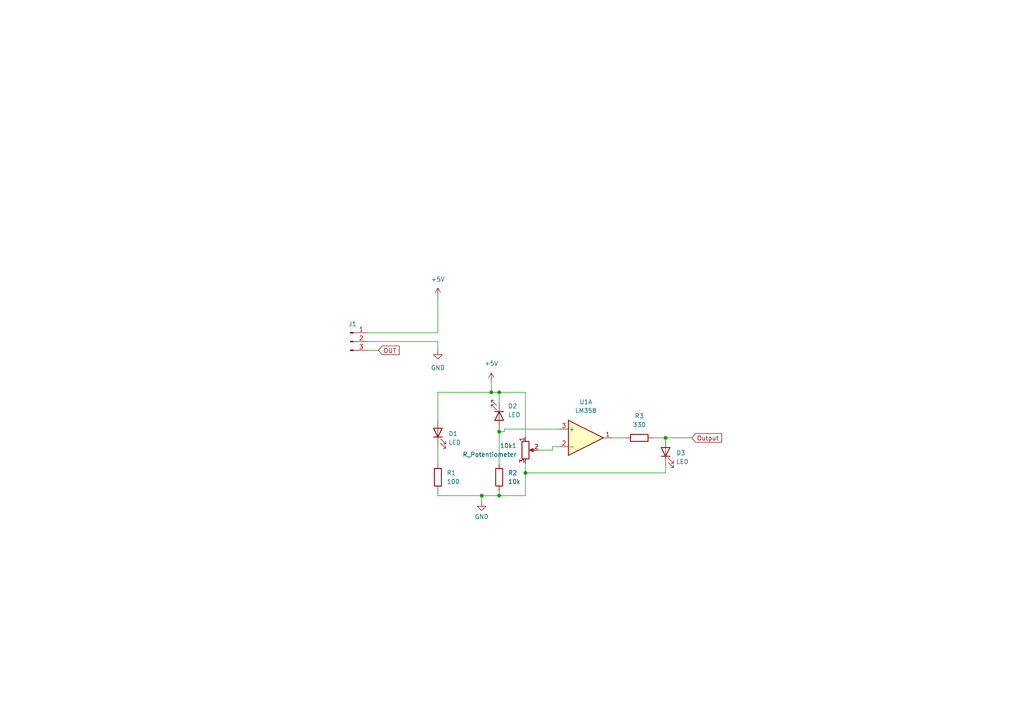
<source format=kicad_sch>
(kicad_sch (version 20231120) (generator "eeschema") (generator_version "8.0")
  (paper "A4")
  (lib_symbols
    (symbol "Amplifier_Operational:LM358" (pin_names (offset 0.127))
      (property "Reference" "U" (at 0 5.08 0))
      (property "Value" "LM358" (at 0 -5.08 0))
      (symbol "LM358_1_1"
        (polyline (pts (xy -5.08 5.08) (xy 5.08 0) (xy -5.08 -5.08) (xy -5.08 5.08)) (stroke (width 0.254)) (fill (type background)))
        (pin output line (at 7.62 0 180) (length 2.54) (name "~") (number "1"))
        (pin input line (at -7.62 -2.54 0) (length 2.54) (name "-") (number "2"))
        (pin input line (at -7.62 2.54 0) (length 2.54) (name "+") (number "3"))
      )
      (symbol "LM358_2_1"
        (polyline (pts (xy -5.08 5.08) (xy 5.08 0) (xy -5.08 -5.08) (xy -5.08 5.08)) (stroke (width 0.254)) (fill (type background)))
        (pin input line (at -7.62 2.54 0) (length 2.54) (name "+") (number "5"))
        (pin input line (at -7.62 -2.54 0) (length 2.54) (name "-") (number "6"))
        (pin output line (at 7.62 0 180) (length 2.54) (name "~") (number "7"))
      )
      (symbol "LM358_3_1"
        (pin power_in line (at -2.54 -7.62 90) (length 3.81) (name "V-") (number "4"))
        (pin power_in line (at -2.54 7.62 270) (length 3.81) (name "V+") (number "8"))
      )
    )
    (symbol "Connector:Conn_01x03_Pin" (pin_names (offset 1.016) hide)
      (property "Reference" "J" (at 0 5.08 0))
      (property "Value" "Conn_01x03_Pin" (at 0 -5.08 0))
      (symbol "Conn_01x03_Pin_1_1"
        (polyline (pts (xy 1.27 -2.54) (xy 0.8636 -2.54)) (stroke (width 0.1524)))
        (polyline (pts (xy 1.27 0) (xy 0.8636 0)) (stroke (width 0.1524)))
        (polyline (pts (xy 1.27 2.54) (xy 0.8636 2.54)) (stroke (width 0.1524)))
        (rectangle (start 0.8636 -2.413) (end 0 -2.667) (stroke (width 0.1524)) (fill (type outline)))
        (rectangle (start 0.8636 0.127) (end 0 -0.127) (stroke (width 0.1524)) (fill (type outline)))
        (rectangle (start 0.8636 2.667) (end 0 2.413) (stroke (width 0.1524)) (fill (type outline)))
        (pin passive line (at 5.08 2.54 180) (length 3.81) (name "Pin_1") (number "1"))
        (pin passive line (at 5.08 0 180) (length 3.81) (name "Pin_2") (number "2"))
        (pin passive line (at 5.08 -2.54 180) (length 3.81) (name "Pin_3") (number "3"))
      )
    )
    (symbol "Device:LED" (pin_numbers hide) (pin_names (offset 1.016) hide)
      (property "Reference" "D" (at 0 2.54 0))
      (property "Value" "LED" (at 0 -2.54 0))
      (symbol "LED_0_1"
        (polyline (pts (xy -1.27 -1.27) (xy -1.27 1.27)) (stroke (width 0.254)))
        (polyline (pts (xy -1.27 0) (xy 1.27 0)))
        (polyline (pts (xy 1.27 -1.27) (xy 1.27 1.27) (xy -1.27 0) (xy 1.27 -1.27)) (stroke (width 0.254)))
        (polyline (pts (xy -3.048 -0.762) (xy -4.572 -2.286) (xy -3.81 -2.286) (xy -4.572 -2.286) (xy -4.572 -1.524)))
        (polyline (pts (xy -1.778 -0.762) (xy -3.302 -2.286) (xy -2.54 -2.286) (xy -3.302 -2.286) (xy -3.302 -1.524)))
      )
      (symbol "LED_1_1"
        (pin passive line (at -3.81 0 0) (length 2.54) (name "K") (number "1"))
        (pin passive line (at 3.81 0 180) (length 2.54) (name "A") (number "2"))
      )
    )
    (symbol "Device:R" (pin_numbers hide) (pin_names (offset 0))
      (property "Reference" "R" (at 2.032 0 90))
      (property "Value" "R" (at 0 0 90))
      (symbol "R_0_1"
        (rectangle (start -1.016 -2.54) (end 1.016 2.54) (stroke (width 0.254)))
      )
      (symbol "R_1_1"
        (pin passive line (at 0 3.81 270) (length 1.27) (name "~") (number "1"))
        (pin passive line (at 0 -3.81 90) (length 1.27) (name "~") (number "2"))
      )
    )
    (symbol "Device:R_Potentiometer" (pin_names (offset 1.016) hide)
      (property "Reference" "RV" (at -4.445 0 90))
      (property "Value" "R_Potentiometer" (at -2.54 0 90))
      (symbol "R_Potentiometer_0_1"
        (polyline (pts (xy 2.54 0) (xy 1.524 0)))
        (polyline (pts (xy 1.143 0) (xy 2.286 0.508) (xy 2.286 -0.508) (xy 1.143 0)) (fill (type outline)))
        (rectangle (start 1.016 2.54) (end -1.016 -2.54) (stroke (width 0.254)))
      )
      (symbol "R_Potentiometer_1_1"
        (pin passive line (at 0 3.81 270) (length 1.27) (name "1") (number "1"))
        (pin passive line (at 3.81 0 180) (length 1.27) (name "2") (number "2"))
        (pin passive line (at 0 -3.81 90) (length 1.27) (name "3") (number "3"))
      )
    )
    (symbol "power:+5V" (power) (pin_numbers hide) (pin_names (offset 0) hide)
      (property "Value" "+5V" (at 0 3.556 0))
      (symbol "+5V_0_1"
        (polyline (pts (xy -0.762 1.27) (xy 0 2.54)))
        (polyline (pts (xy 0 0) (xy 0 2.54)))
        (polyline (pts (xy 0 2.54) (xy 0.762 1.27)))
      )
      (symbol "+5V_1_1"
        (pin power_in line (at 0 0 90) (length 0) (name "~") (number "1"))
      )
    )
    (symbol "power:GND" (power) (pin_numbers hide) (pin_names (offset 0) hide)
      (property "Value" "GND" (at 0 -3.81 0))
      (symbol "GND_0_1"
        (polyline (pts (xy 0 0) (xy 0 -1.27) (xy 1.27 -1.27) (xy 0 -2.54) (xy -1.27 -1.27) (xy 0 -1.27)))
      )
      (symbol "GND_1_1"
        (pin power_in line (at 0 0 270) (length 0) (name "~") (number "1"))
      )
    )
  )
  (junction (at 193.04 127))
  (junction (at 152.4 137.16))
  (junction (at 144.78 125.222))
  (junction (at 142.494 113.792))
  (junction (at 139.7 143.764))
  (junction (at 144.78 113.792))
  (junction (at 144.78 143.764))
  (wire (pts (xy 127 99.06) (xy 127 101.6)))
  (wire (pts (xy 127 121.666) (xy 127 113.792)))
  (wire (pts (xy 106.68 99.06) (xy 127 99.06)))
  (wire (pts (xy 160.274 129.54) (xy 162.306 129.54)))
  (wire (pts (xy 144.78 125.222) (xy 144.78 124.46)))
  (wire (pts (xy 152.4 126.746) (xy 152.4 113.792)))
  (wire (pts (xy 152.4 113.792) (xy 144.78 113.792)))
  (wire (pts (xy 152.4 134.366) (xy 152.4 137.16)))
  (wire (pts (xy 160.274 130.556) (xy 160.274 129.54)))
  (wire (pts (xy 144.78 134.62) (xy 144.78 125.222)))
  (wire (pts (xy 142.494 113.792) (xy 144.78 113.792)))
  (wire (pts (xy 189.23 127) (xy 193.04 127)))
  (wire (pts (xy 127 143.764) (xy 139.7 143.764)))
  (wire (pts (xy 193.04 127) (xy 193.04 127.254)))
  (wire (pts (xy 152.4 137.16) (xy 152.4 143.764)))
  (wire (pts (xy 177.546 127) (xy 181.61 127)))
  (wire (pts (xy 127 96.52) (xy 106.68 96.52)))
  (wire (pts (xy 146.304 124.46) (xy 146.304 125.222)))
  (wire (pts (xy 156.21 130.556) (xy 160.274 130.556)))
  (wire (pts (xy 142.494 110.744) (xy 142.494 113.792)))
  (wire (pts (xy 200.66 127) (xy 193.04 127)))
  (wire (pts (xy 127 129.286) (xy 127 134.62)))
  (wire (pts (xy 106.68 101.6) (xy 109.728 101.6)))
  (wire (pts (xy 152.4 143.764) (xy 144.78 143.764)))
  (wire (pts (xy 139.7 145.542) (xy 139.7 143.764)))
  (wire (pts (xy 127 86.106) (xy 127 96.52)))
  (wire (pts (xy 144.78 113.792) (xy 144.78 116.84)))
  (wire (pts (xy 144.78 143.764) (xy 144.78 142.24)))
  (wire (pts (xy 193.04 137.16) (xy 193.04 134.874)))
  (wire (pts (xy 152.4 137.16) (xy 193.04 137.16)))
  (wire (pts (xy 162.306 124.46) (xy 146.304 124.46)))
  (wire (pts (xy 127 113.792) (xy 142.494 113.792)))
  (wire (pts (xy 127 142.24) (xy 127 143.764)))
  (wire (pts (xy 146.304 125.222) (xy 144.78 125.222)))
  (wire (pts (xy 139.7 143.764) (xy 144.78 143.764)))
  (global_label "Output" (shape input) (at 200.66 127 0) (property "Intersheetrefs" "${INTERSHEET_REFS}" (effects (hide yes))))
  (global_label "OUT" (shape input) (at 109.728 101.6 0) (property "Intersheetrefs" "${INTERSHEET_REFS}" (effects (hide yes))))
  (symbol (lib_id "power:+5V") (at 127 86.106 0) (unit 1)
    (property "Reference" "#PWR02" (effects (hide yes)))
    (property "Value" "+5V" (at 127 81.026 0))
    (property "Description" "Power symbol creates a global label with name \"+5V\"" (effects (hide yes)))
  )
  (symbol (lib_id "Connector:Conn_01x03_Pin") (at 101.6 99.06 0) (unit 1)
    (property "Reference" "J1" (at 102.235 93.98 0))
    (property "Value" "Conn_01x03_Pin" (effects (hide yes)))
    (property "Footprint" "Connector_PinHeader_1.00mm:PinHeader_1x03_P1.00mm_Horizontal" (effects (hide yes)))
    (property "Description" "Generic connector, single row, 01x03, script generated" (effects (hide yes)))
  )
  (symbol (lib_id "Amplifier_Operational:LM358") (at 169.926 127 0) (unit 1)
    (property "Reference" "U1" (at 169.926 116.586 0))
    (property "Value" "LM358" (at 169.926 119.126 0))
    (property "Footprint" "Package_DIP:DIP-8_W7.62mm" (effects (hide yes)))
    (property "Datasheet" "http://www.ti.com/lit/ds/symlink/lm2904-n.pdf" (effects (hide yes)))
    (property "Description" "Low-Power, Dual Operational Amplifiers, DIP-8/SOIC-8/TO-99-8" (effects (hide yes)))
  )
  (symbol (lib_id "Device:R") (at 127 138.43 0) (unit 1)
    (property "Reference" "R1" (at 129.54 137.1599 0) (effects (justify left)))
    (property "Value" "100" (at 129.54 139.6999 0) (effects (justify left)))
    (property "Footprint" "Resistor_SMD:R_1206_3216Metric" (effects (hide yes)))
    (property "Description" "Resistor" (effects (hide yes)))
  )
  (symbol (lib_id "Device:R") (at 185.42 127 90) (unit 1)
    (property "Reference" "R3" (at 185.42 120.65 90))
    (property "Value" "330" (at 185.42 123.19 90))
    (property "Footprint" "Resistor_SMD:R_1206_3216Metric" (effects (hide yes)))
    (property "Description" "Resistor" (effects (hide yes)))
  )
  (symbol (lib_id "Device:R") (at 144.78 138.43 0) (unit 1)
    (property "Reference" "R2" (at 147.32 137.1599 0) (effects (justify left)))
    (property "Value" "10k" (at 147.32 139.6999 0) (effects (justify left)))
    (property "Footprint" "Resistor_SMD:R_1206_3216Metric" (effects (hide yes)))
    (property "Description" "Resistor" (effects (hide yes)))
  )
  (symbol (lib_id "Device:LED") (at 193.04 131.064 90) (unit 1)
    (property "Reference" "D3" (at 196.088 131.3814 90) (effects (justify right)))
    (property "Value" "LED" (at 196.088 133.9214 90) (effects (justify right)))
    (property "Footprint" "LED_SMD:LED_1206_3216Metric_Pad1.42x1.75mm_HandSolder" (effects (hide yes)))
    (property "Description" "Light emitting diode" (effects (hide yes)))
  )
  (symbol (lib_id "Device:R_Potentiometer") (at 152.4 130.556 0) (unit 1)
    (property "Reference" "10k1" (at 149.86 129.2859 0) (effects (justify right)))
    (property "Value" "R_Potentiometer" (at 149.86 131.8259 0) (effects (justify right)))
    (property "Footprint" "Potentiometer_THT:Potentiometer_Bourns_3266Y_Vertical" (effects (hide yes)))
    (property "Description" "Potentiometer" (effects (hide yes)))
  )
  (symbol (lib_id "Device:LED") (at 127 125.476 90) (unit 1)
    (property "Reference" "D1" (at 130.048 125.7934 90) (effects (justify right)))
    (property "Value" "LED" (at 130.048 128.3334 90) (effects (justify right)))
    (property "Footprint" "LED_THT:LED_D3.0mm_Horizontal_O3.81mm_Z10.0mm" (effects (hide yes)))
    (property "Description" "Light emitting diode" (effects (hide yes)))
  )
  (symbol (lib_id "power:GND") (at 127 101.6 0) (unit 1)
    (property "Reference" "#PWR01" (effects (hide yes)))
    (property "Value" "GND" (at 127 106.68 0))
    (property "Description" "Power symbol creates a global label with name \"GND\" , ground" (effects (hide yes)))
  )
  (symbol (lib_id "power:+5V") (at 142.494 110.744 0) (unit 1)
    (property "Reference" "#PWR03" (effects (hide yes)))
    (property "Value" "+5V" (at 142.494 105.41 0))
    (property "Description" "Power symbol creates a global label with name \"+5V\"" (effects (hide yes)))
  )
  (symbol (lib_id "power:GND") (at 139.7 145.542 0) (unit 1)
    (property "Reference" "#PWR04" (effects (hide yes)))
    (property "Value" "GND" (at 139.7 149.86 0))
    (property "Description" "Power symbol creates a global label with name \"GND\" , ground" (effects (hide yes)))
  )
  (symbol (lib_id "Device:LED") (at 144.78 120.65 270) (unit 1)
    (property "Reference" "D2" (at 147.32 117.7924 90) (effects (justify left)))
    (property "Value" "LED" (at 147.32 120.3324 90) (effects (justify left)))
    (property "Footprint" "LED_THT:LED_D3.0mm_Horizontal_O3.81mm_Z10.0mm" (effects (hide yes)))
    (property "Description" "Light emitting diode" (effects (hide yes)))
  )
)
</source>
